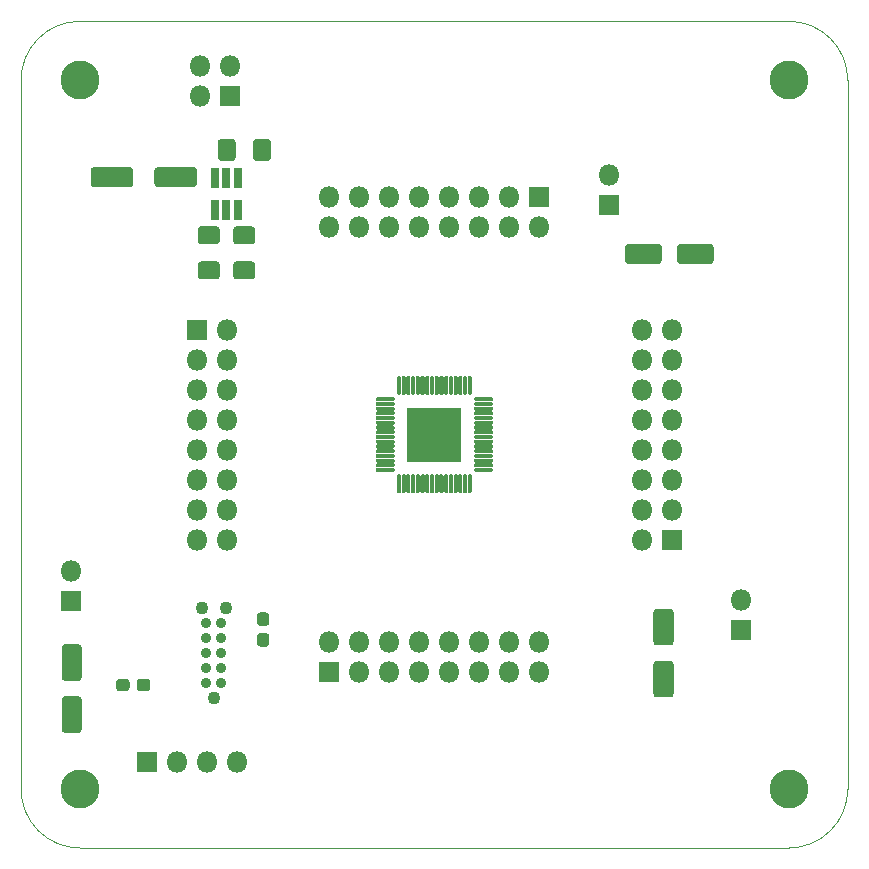
<source format=gbr>
G04 #@! TF.GenerationSoftware,KiCad,Pcbnew,5.1.6-c6e7f7d~87~ubuntu20.04.1*
G04 #@! TF.CreationDate,2020-07-16T23:52:11+03:00*
G04 #@! TF.ProjectId,EV-MAX-V-E64,45562d4d-4158-42d5-962d-4536342e6b69,v1.0*
G04 #@! TF.SameCoordinates,Original*
G04 #@! TF.FileFunction,Soldermask,Top*
G04 #@! TF.FilePolarity,Negative*
%FSLAX46Y46*%
G04 Gerber Fmt 4.6, Leading zero omitted, Abs format (unit mm)*
G04 Created by KiCad (PCBNEW 5.1.6-c6e7f7d~87~ubuntu20.04.1) date 2020-07-16 23:52:11*
%MOMM*%
%LPD*%
G01*
G04 APERTURE LIST*
G04 #@! TA.AperFunction,Profile*
%ADD10C,0.050000*%
G04 #@! TD*
%ADD11R,4.600000X4.600000*%
%ADD12C,3.300000*%
%ADD13C,0.887400*%
%ADD14C,1.090600*%
%ADD15O,1.800000X1.800000*%
%ADD16R,1.800000X1.800000*%
%ADD17R,0.750000X1.660000*%
G04 APERTURE END LIST*
D10*
X65000000Y-70000000D02*
X65000000Y-130000000D01*
X130000000Y-65000000D02*
X70000000Y-65000000D01*
X135000000Y-130000000D02*
X135000000Y-70000000D01*
X70000000Y-135000000D02*
X130000000Y-135000000D01*
X70000000Y-135000000D02*
G75*
G02*
X65000000Y-130000000I0J5000000D01*
G01*
X65000000Y-70000000D02*
G75*
G02*
X70000000Y-65000000I5000000J0D01*
G01*
X130000000Y-65000000D02*
G75*
G02*
X135000000Y-70000000I0J-5000000D01*
G01*
X135000000Y-130000000D02*
G75*
G02*
X130000000Y-135000000I-5000000J0D01*
G01*
D11*
X100000000Y-100000000D03*
G36*
G01*
X96825000Y-96537500D02*
X96825000Y-95137500D01*
G75*
G02*
X96912500Y-95050000I87500J0D01*
G01*
X97087500Y-95050000D01*
G75*
G02*
X97175000Y-95137500I0J-87500D01*
G01*
X97175000Y-96537500D01*
G75*
G02*
X97087500Y-96625000I-87500J0D01*
G01*
X96912500Y-96625000D01*
G75*
G02*
X96825000Y-96537500I0J87500D01*
G01*
G37*
G36*
G01*
X97225000Y-96537500D02*
X97225000Y-95137500D01*
G75*
G02*
X97312500Y-95050000I87500J0D01*
G01*
X97487500Y-95050000D01*
G75*
G02*
X97575000Y-95137500I0J-87500D01*
G01*
X97575000Y-96537500D01*
G75*
G02*
X97487500Y-96625000I-87500J0D01*
G01*
X97312500Y-96625000D01*
G75*
G02*
X97225000Y-96537500I0J87500D01*
G01*
G37*
G36*
G01*
X97625000Y-96537500D02*
X97625000Y-95137500D01*
G75*
G02*
X97712500Y-95050000I87500J0D01*
G01*
X97887500Y-95050000D01*
G75*
G02*
X97975000Y-95137500I0J-87500D01*
G01*
X97975000Y-96537500D01*
G75*
G02*
X97887500Y-96625000I-87500J0D01*
G01*
X97712500Y-96625000D01*
G75*
G02*
X97625000Y-96537500I0J87500D01*
G01*
G37*
G36*
G01*
X98025000Y-96537500D02*
X98025000Y-95137500D01*
G75*
G02*
X98112500Y-95050000I87500J0D01*
G01*
X98287500Y-95050000D01*
G75*
G02*
X98375000Y-95137500I0J-87500D01*
G01*
X98375000Y-96537500D01*
G75*
G02*
X98287500Y-96625000I-87500J0D01*
G01*
X98112500Y-96625000D01*
G75*
G02*
X98025000Y-96537500I0J87500D01*
G01*
G37*
G36*
G01*
X98425000Y-96537500D02*
X98425000Y-95137500D01*
G75*
G02*
X98512500Y-95050000I87500J0D01*
G01*
X98687500Y-95050000D01*
G75*
G02*
X98775000Y-95137500I0J-87500D01*
G01*
X98775000Y-96537500D01*
G75*
G02*
X98687500Y-96625000I-87500J0D01*
G01*
X98512500Y-96625000D01*
G75*
G02*
X98425000Y-96537500I0J87500D01*
G01*
G37*
G36*
G01*
X98825000Y-96537500D02*
X98825000Y-95137500D01*
G75*
G02*
X98912500Y-95050000I87500J0D01*
G01*
X99087500Y-95050000D01*
G75*
G02*
X99175000Y-95137500I0J-87500D01*
G01*
X99175000Y-96537500D01*
G75*
G02*
X99087500Y-96625000I-87500J0D01*
G01*
X98912500Y-96625000D01*
G75*
G02*
X98825000Y-96537500I0J87500D01*
G01*
G37*
G36*
G01*
X99225000Y-96537500D02*
X99225000Y-95137500D01*
G75*
G02*
X99312500Y-95050000I87500J0D01*
G01*
X99487500Y-95050000D01*
G75*
G02*
X99575000Y-95137500I0J-87500D01*
G01*
X99575000Y-96537500D01*
G75*
G02*
X99487500Y-96625000I-87500J0D01*
G01*
X99312500Y-96625000D01*
G75*
G02*
X99225000Y-96537500I0J87500D01*
G01*
G37*
G36*
G01*
X99625000Y-96537500D02*
X99625000Y-95137500D01*
G75*
G02*
X99712500Y-95050000I87500J0D01*
G01*
X99887500Y-95050000D01*
G75*
G02*
X99975000Y-95137500I0J-87500D01*
G01*
X99975000Y-96537500D01*
G75*
G02*
X99887500Y-96625000I-87500J0D01*
G01*
X99712500Y-96625000D01*
G75*
G02*
X99625000Y-96537500I0J87500D01*
G01*
G37*
G36*
G01*
X100025000Y-96537500D02*
X100025000Y-95137500D01*
G75*
G02*
X100112500Y-95050000I87500J0D01*
G01*
X100287500Y-95050000D01*
G75*
G02*
X100375000Y-95137500I0J-87500D01*
G01*
X100375000Y-96537500D01*
G75*
G02*
X100287500Y-96625000I-87500J0D01*
G01*
X100112500Y-96625000D01*
G75*
G02*
X100025000Y-96537500I0J87500D01*
G01*
G37*
G36*
G01*
X100425000Y-96537500D02*
X100425000Y-95137500D01*
G75*
G02*
X100512500Y-95050000I87500J0D01*
G01*
X100687500Y-95050000D01*
G75*
G02*
X100775000Y-95137500I0J-87500D01*
G01*
X100775000Y-96537500D01*
G75*
G02*
X100687500Y-96625000I-87500J0D01*
G01*
X100512500Y-96625000D01*
G75*
G02*
X100425000Y-96537500I0J87500D01*
G01*
G37*
G36*
G01*
X100825000Y-96537500D02*
X100825000Y-95137500D01*
G75*
G02*
X100912500Y-95050000I87500J0D01*
G01*
X101087500Y-95050000D01*
G75*
G02*
X101175000Y-95137500I0J-87500D01*
G01*
X101175000Y-96537500D01*
G75*
G02*
X101087500Y-96625000I-87500J0D01*
G01*
X100912500Y-96625000D01*
G75*
G02*
X100825000Y-96537500I0J87500D01*
G01*
G37*
G36*
G01*
X101225000Y-96537500D02*
X101225000Y-95137500D01*
G75*
G02*
X101312500Y-95050000I87500J0D01*
G01*
X101487500Y-95050000D01*
G75*
G02*
X101575000Y-95137500I0J-87500D01*
G01*
X101575000Y-96537500D01*
G75*
G02*
X101487500Y-96625000I-87500J0D01*
G01*
X101312500Y-96625000D01*
G75*
G02*
X101225000Y-96537500I0J87500D01*
G01*
G37*
G36*
G01*
X101625000Y-96537500D02*
X101625000Y-95137500D01*
G75*
G02*
X101712500Y-95050000I87500J0D01*
G01*
X101887500Y-95050000D01*
G75*
G02*
X101975000Y-95137500I0J-87500D01*
G01*
X101975000Y-96537500D01*
G75*
G02*
X101887500Y-96625000I-87500J0D01*
G01*
X101712500Y-96625000D01*
G75*
G02*
X101625000Y-96537500I0J87500D01*
G01*
G37*
G36*
G01*
X102025000Y-96537500D02*
X102025000Y-95137500D01*
G75*
G02*
X102112500Y-95050000I87500J0D01*
G01*
X102287500Y-95050000D01*
G75*
G02*
X102375000Y-95137500I0J-87500D01*
G01*
X102375000Y-96537500D01*
G75*
G02*
X102287500Y-96625000I-87500J0D01*
G01*
X102112500Y-96625000D01*
G75*
G02*
X102025000Y-96537500I0J87500D01*
G01*
G37*
G36*
G01*
X102425000Y-96537500D02*
X102425000Y-95137500D01*
G75*
G02*
X102512500Y-95050000I87500J0D01*
G01*
X102687500Y-95050000D01*
G75*
G02*
X102775000Y-95137500I0J-87500D01*
G01*
X102775000Y-96537500D01*
G75*
G02*
X102687500Y-96625000I-87500J0D01*
G01*
X102512500Y-96625000D01*
G75*
G02*
X102425000Y-96537500I0J87500D01*
G01*
G37*
G36*
G01*
X102825000Y-96537500D02*
X102825000Y-95137500D01*
G75*
G02*
X102912500Y-95050000I87500J0D01*
G01*
X103087500Y-95050000D01*
G75*
G02*
X103175000Y-95137500I0J-87500D01*
G01*
X103175000Y-96537500D01*
G75*
G02*
X103087500Y-96625000I-87500J0D01*
G01*
X102912500Y-96625000D01*
G75*
G02*
X102825000Y-96537500I0J87500D01*
G01*
G37*
G36*
G01*
X103375000Y-97087500D02*
X103375000Y-96912500D01*
G75*
G02*
X103462500Y-96825000I87500J0D01*
G01*
X104862500Y-96825000D01*
G75*
G02*
X104950000Y-96912500I0J-87500D01*
G01*
X104950000Y-97087500D01*
G75*
G02*
X104862500Y-97175000I-87500J0D01*
G01*
X103462500Y-97175000D01*
G75*
G02*
X103375000Y-97087500I0J87500D01*
G01*
G37*
G36*
G01*
X103375000Y-97487500D02*
X103375000Y-97312500D01*
G75*
G02*
X103462500Y-97225000I87500J0D01*
G01*
X104862500Y-97225000D01*
G75*
G02*
X104950000Y-97312500I0J-87500D01*
G01*
X104950000Y-97487500D01*
G75*
G02*
X104862500Y-97575000I-87500J0D01*
G01*
X103462500Y-97575000D01*
G75*
G02*
X103375000Y-97487500I0J87500D01*
G01*
G37*
G36*
G01*
X103375000Y-97887500D02*
X103375000Y-97712500D01*
G75*
G02*
X103462500Y-97625000I87500J0D01*
G01*
X104862500Y-97625000D01*
G75*
G02*
X104950000Y-97712500I0J-87500D01*
G01*
X104950000Y-97887500D01*
G75*
G02*
X104862500Y-97975000I-87500J0D01*
G01*
X103462500Y-97975000D01*
G75*
G02*
X103375000Y-97887500I0J87500D01*
G01*
G37*
G36*
G01*
X103375000Y-98287500D02*
X103375000Y-98112500D01*
G75*
G02*
X103462500Y-98025000I87500J0D01*
G01*
X104862500Y-98025000D01*
G75*
G02*
X104950000Y-98112500I0J-87500D01*
G01*
X104950000Y-98287500D01*
G75*
G02*
X104862500Y-98375000I-87500J0D01*
G01*
X103462500Y-98375000D01*
G75*
G02*
X103375000Y-98287500I0J87500D01*
G01*
G37*
G36*
G01*
X103375000Y-98687500D02*
X103375000Y-98512500D01*
G75*
G02*
X103462500Y-98425000I87500J0D01*
G01*
X104862500Y-98425000D01*
G75*
G02*
X104950000Y-98512500I0J-87500D01*
G01*
X104950000Y-98687500D01*
G75*
G02*
X104862500Y-98775000I-87500J0D01*
G01*
X103462500Y-98775000D01*
G75*
G02*
X103375000Y-98687500I0J87500D01*
G01*
G37*
G36*
G01*
X103375000Y-99087500D02*
X103375000Y-98912500D01*
G75*
G02*
X103462500Y-98825000I87500J0D01*
G01*
X104862500Y-98825000D01*
G75*
G02*
X104950000Y-98912500I0J-87500D01*
G01*
X104950000Y-99087500D01*
G75*
G02*
X104862500Y-99175000I-87500J0D01*
G01*
X103462500Y-99175000D01*
G75*
G02*
X103375000Y-99087500I0J87500D01*
G01*
G37*
G36*
G01*
X103375000Y-99487500D02*
X103375000Y-99312500D01*
G75*
G02*
X103462500Y-99225000I87500J0D01*
G01*
X104862500Y-99225000D01*
G75*
G02*
X104950000Y-99312500I0J-87500D01*
G01*
X104950000Y-99487500D01*
G75*
G02*
X104862500Y-99575000I-87500J0D01*
G01*
X103462500Y-99575000D01*
G75*
G02*
X103375000Y-99487500I0J87500D01*
G01*
G37*
G36*
G01*
X103375000Y-99887500D02*
X103375000Y-99712500D01*
G75*
G02*
X103462500Y-99625000I87500J0D01*
G01*
X104862500Y-99625000D01*
G75*
G02*
X104950000Y-99712500I0J-87500D01*
G01*
X104950000Y-99887500D01*
G75*
G02*
X104862500Y-99975000I-87500J0D01*
G01*
X103462500Y-99975000D01*
G75*
G02*
X103375000Y-99887500I0J87500D01*
G01*
G37*
G36*
G01*
X103375000Y-100287500D02*
X103375000Y-100112500D01*
G75*
G02*
X103462500Y-100025000I87500J0D01*
G01*
X104862500Y-100025000D01*
G75*
G02*
X104950000Y-100112500I0J-87500D01*
G01*
X104950000Y-100287500D01*
G75*
G02*
X104862500Y-100375000I-87500J0D01*
G01*
X103462500Y-100375000D01*
G75*
G02*
X103375000Y-100287500I0J87500D01*
G01*
G37*
G36*
G01*
X103375000Y-100687500D02*
X103375000Y-100512500D01*
G75*
G02*
X103462500Y-100425000I87500J0D01*
G01*
X104862500Y-100425000D01*
G75*
G02*
X104950000Y-100512500I0J-87500D01*
G01*
X104950000Y-100687500D01*
G75*
G02*
X104862500Y-100775000I-87500J0D01*
G01*
X103462500Y-100775000D01*
G75*
G02*
X103375000Y-100687500I0J87500D01*
G01*
G37*
G36*
G01*
X103375000Y-101087500D02*
X103375000Y-100912500D01*
G75*
G02*
X103462500Y-100825000I87500J0D01*
G01*
X104862500Y-100825000D01*
G75*
G02*
X104950000Y-100912500I0J-87500D01*
G01*
X104950000Y-101087500D01*
G75*
G02*
X104862500Y-101175000I-87500J0D01*
G01*
X103462500Y-101175000D01*
G75*
G02*
X103375000Y-101087500I0J87500D01*
G01*
G37*
G36*
G01*
X103375000Y-101487500D02*
X103375000Y-101312500D01*
G75*
G02*
X103462500Y-101225000I87500J0D01*
G01*
X104862500Y-101225000D01*
G75*
G02*
X104950000Y-101312500I0J-87500D01*
G01*
X104950000Y-101487500D01*
G75*
G02*
X104862500Y-101575000I-87500J0D01*
G01*
X103462500Y-101575000D01*
G75*
G02*
X103375000Y-101487500I0J87500D01*
G01*
G37*
G36*
G01*
X103375000Y-101887500D02*
X103375000Y-101712500D01*
G75*
G02*
X103462500Y-101625000I87500J0D01*
G01*
X104862500Y-101625000D01*
G75*
G02*
X104950000Y-101712500I0J-87500D01*
G01*
X104950000Y-101887500D01*
G75*
G02*
X104862500Y-101975000I-87500J0D01*
G01*
X103462500Y-101975000D01*
G75*
G02*
X103375000Y-101887500I0J87500D01*
G01*
G37*
G36*
G01*
X103375000Y-102287500D02*
X103375000Y-102112500D01*
G75*
G02*
X103462500Y-102025000I87500J0D01*
G01*
X104862500Y-102025000D01*
G75*
G02*
X104950000Y-102112500I0J-87500D01*
G01*
X104950000Y-102287500D01*
G75*
G02*
X104862500Y-102375000I-87500J0D01*
G01*
X103462500Y-102375000D01*
G75*
G02*
X103375000Y-102287500I0J87500D01*
G01*
G37*
G36*
G01*
X103375000Y-102687500D02*
X103375000Y-102512500D01*
G75*
G02*
X103462500Y-102425000I87500J0D01*
G01*
X104862500Y-102425000D01*
G75*
G02*
X104950000Y-102512500I0J-87500D01*
G01*
X104950000Y-102687500D01*
G75*
G02*
X104862500Y-102775000I-87500J0D01*
G01*
X103462500Y-102775000D01*
G75*
G02*
X103375000Y-102687500I0J87500D01*
G01*
G37*
G36*
G01*
X103375000Y-103087500D02*
X103375000Y-102912500D01*
G75*
G02*
X103462500Y-102825000I87500J0D01*
G01*
X104862500Y-102825000D01*
G75*
G02*
X104950000Y-102912500I0J-87500D01*
G01*
X104950000Y-103087500D01*
G75*
G02*
X104862500Y-103175000I-87500J0D01*
G01*
X103462500Y-103175000D01*
G75*
G02*
X103375000Y-103087500I0J87500D01*
G01*
G37*
G36*
G01*
X102825000Y-104862500D02*
X102825000Y-103462500D01*
G75*
G02*
X102912500Y-103375000I87500J0D01*
G01*
X103087500Y-103375000D01*
G75*
G02*
X103175000Y-103462500I0J-87500D01*
G01*
X103175000Y-104862500D01*
G75*
G02*
X103087500Y-104950000I-87500J0D01*
G01*
X102912500Y-104950000D01*
G75*
G02*
X102825000Y-104862500I0J87500D01*
G01*
G37*
G36*
G01*
X102425000Y-104862500D02*
X102425000Y-103462500D01*
G75*
G02*
X102512500Y-103375000I87500J0D01*
G01*
X102687500Y-103375000D01*
G75*
G02*
X102775000Y-103462500I0J-87500D01*
G01*
X102775000Y-104862500D01*
G75*
G02*
X102687500Y-104950000I-87500J0D01*
G01*
X102512500Y-104950000D01*
G75*
G02*
X102425000Y-104862500I0J87500D01*
G01*
G37*
G36*
G01*
X102025000Y-104862500D02*
X102025000Y-103462500D01*
G75*
G02*
X102112500Y-103375000I87500J0D01*
G01*
X102287500Y-103375000D01*
G75*
G02*
X102375000Y-103462500I0J-87500D01*
G01*
X102375000Y-104862500D01*
G75*
G02*
X102287500Y-104950000I-87500J0D01*
G01*
X102112500Y-104950000D01*
G75*
G02*
X102025000Y-104862500I0J87500D01*
G01*
G37*
G36*
G01*
X101625000Y-104862500D02*
X101625000Y-103462500D01*
G75*
G02*
X101712500Y-103375000I87500J0D01*
G01*
X101887500Y-103375000D01*
G75*
G02*
X101975000Y-103462500I0J-87500D01*
G01*
X101975000Y-104862500D01*
G75*
G02*
X101887500Y-104950000I-87500J0D01*
G01*
X101712500Y-104950000D01*
G75*
G02*
X101625000Y-104862500I0J87500D01*
G01*
G37*
G36*
G01*
X101225000Y-104862500D02*
X101225000Y-103462500D01*
G75*
G02*
X101312500Y-103375000I87500J0D01*
G01*
X101487500Y-103375000D01*
G75*
G02*
X101575000Y-103462500I0J-87500D01*
G01*
X101575000Y-104862500D01*
G75*
G02*
X101487500Y-104950000I-87500J0D01*
G01*
X101312500Y-104950000D01*
G75*
G02*
X101225000Y-104862500I0J87500D01*
G01*
G37*
G36*
G01*
X100825000Y-104862500D02*
X100825000Y-103462500D01*
G75*
G02*
X100912500Y-103375000I87500J0D01*
G01*
X101087500Y-103375000D01*
G75*
G02*
X101175000Y-103462500I0J-87500D01*
G01*
X101175000Y-104862500D01*
G75*
G02*
X101087500Y-104950000I-87500J0D01*
G01*
X100912500Y-104950000D01*
G75*
G02*
X100825000Y-104862500I0J87500D01*
G01*
G37*
G36*
G01*
X100425000Y-104862500D02*
X100425000Y-103462500D01*
G75*
G02*
X100512500Y-103375000I87500J0D01*
G01*
X100687500Y-103375000D01*
G75*
G02*
X100775000Y-103462500I0J-87500D01*
G01*
X100775000Y-104862500D01*
G75*
G02*
X100687500Y-104950000I-87500J0D01*
G01*
X100512500Y-104950000D01*
G75*
G02*
X100425000Y-104862500I0J87500D01*
G01*
G37*
G36*
G01*
X100025000Y-104862500D02*
X100025000Y-103462500D01*
G75*
G02*
X100112500Y-103375000I87500J0D01*
G01*
X100287500Y-103375000D01*
G75*
G02*
X100375000Y-103462500I0J-87500D01*
G01*
X100375000Y-104862500D01*
G75*
G02*
X100287500Y-104950000I-87500J0D01*
G01*
X100112500Y-104950000D01*
G75*
G02*
X100025000Y-104862500I0J87500D01*
G01*
G37*
G36*
G01*
X99625000Y-104862500D02*
X99625000Y-103462500D01*
G75*
G02*
X99712500Y-103375000I87500J0D01*
G01*
X99887500Y-103375000D01*
G75*
G02*
X99975000Y-103462500I0J-87500D01*
G01*
X99975000Y-104862500D01*
G75*
G02*
X99887500Y-104950000I-87500J0D01*
G01*
X99712500Y-104950000D01*
G75*
G02*
X99625000Y-104862500I0J87500D01*
G01*
G37*
G36*
G01*
X99225000Y-104862500D02*
X99225000Y-103462500D01*
G75*
G02*
X99312500Y-103375000I87500J0D01*
G01*
X99487500Y-103375000D01*
G75*
G02*
X99575000Y-103462500I0J-87500D01*
G01*
X99575000Y-104862500D01*
G75*
G02*
X99487500Y-104950000I-87500J0D01*
G01*
X99312500Y-104950000D01*
G75*
G02*
X99225000Y-104862500I0J87500D01*
G01*
G37*
G36*
G01*
X98825000Y-104862500D02*
X98825000Y-103462500D01*
G75*
G02*
X98912500Y-103375000I87500J0D01*
G01*
X99087500Y-103375000D01*
G75*
G02*
X99175000Y-103462500I0J-87500D01*
G01*
X99175000Y-104862500D01*
G75*
G02*
X99087500Y-104950000I-87500J0D01*
G01*
X98912500Y-104950000D01*
G75*
G02*
X98825000Y-104862500I0J87500D01*
G01*
G37*
G36*
G01*
X98425000Y-104862500D02*
X98425000Y-103462500D01*
G75*
G02*
X98512500Y-103375000I87500J0D01*
G01*
X98687500Y-103375000D01*
G75*
G02*
X98775000Y-103462500I0J-87500D01*
G01*
X98775000Y-104862500D01*
G75*
G02*
X98687500Y-104950000I-87500J0D01*
G01*
X98512500Y-104950000D01*
G75*
G02*
X98425000Y-104862500I0J87500D01*
G01*
G37*
G36*
G01*
X98025000Y-104862500D02*
X98025000Y-103462500D01*
G75*
G02*
X98112500Y-103375000I87500J0D01*
G01*
X98287500Y-103375000D01*
G75*
G02*
X98375000Y-103462500I0J-87500D01*
G01*
X98375000Y-104862500D01*
G75*
G02*
X98287500Y-104950000I-87500J0D01*
G01*
X98112500Y-104950000D01*
G75*
G02*
X98025000Y-104862500I0J87500D01*
G01*
G37*
G36*
G01*
X97625000Y-104862500D02*
X97625000Y-103462500D01*
G75*
G02*
X97712500Y-103375000I87500J0D01*
G01*
X97887500Y-103375000D01*
G75*
G02*
X97975000Y-103462500I0J-87500D01*
G01*
X97975000Y-104862500D01*
G75*
G02*
X97887500Y-104950000I-87500J0D01*
G01*
X97712500Y-104950000D01*
G75*
G02*
X97625000Y-104862500I0J87500D01*
G01*
G37*
G36*
G01*
X97225000Y-104862500D02*
X97225000Y-103462500D01*
G75*
G02*
X97312500Y-103375000I87500J0D01*
G01*
X97487500Y-103375000D01*
G75*
G02*
X97575000Y-103462500I0J-87500D01*
G01*
X97575000Y-104862500D01*
G75*
G02*
X97487500Y-104950000I-87500J0D01*
G01*
X97312500Y-104950000D01*
G75*
G02*
X97225000Y-104862500I0J87500D01*
G01*
G37*
G36*
G01*
X96825000Y-104862500D02*
X96825000Y-103462500D01*
G75*
G02*
X96912500Y-103375000I87500J0D01*
G01*
X97087500Y-103375000D01*
G75*
G02*
X97175000Y-103462500I0J-87500D01*
G01*
X97175000Y-104862500D01*
G75*
G02*
X97087500Y-104950000I-87500J0D01*
G01*
X96912500Y-104950000D01*
G75*
G02*
X96825000Y-104862500I0J87500D01*
G01*
G37*
G36*
G01*
X95050000Y-103087500D02*
X95050000Y-102912500D01*
G75*
G02*
X95137500Y-102825000I87500J0D01*
G01*
X96537500Y-102825000D01*
G75*
G02*
X96625000Y-102912500I0J-87500D01*
G01*
X96625000Y-103087500D01*
G75*
G02*
X96537500Y-103175000I-87500J0D01*
G01*
X95137500Y-103175000D01*
G75*
G02*
X95050000Y-103087500I0J87500D01*
G01*
G37*
G36*
G01*
X95050000Y-102687500D02*
X95050000Y-102512500D01*
G75*
G02*
X95137500Y-102425000I87500J0D01*
G01*
X96537500Y-102425000D01*
G75*
G02*
X96625000Y-102512500I0J-87500D01*
G01*
X96625000Y-102687500D01*
G75*
G02*
X96537500Y-102775000I-87500J0D01*
G01*
X95137500Y-102775000D01*
G75*
G02*
X95050000Y-102687500I0J87500D01*
G01*
G37*
G36*
G01*
X95050000Y-102287500D02*
X95050000Y-102112500D01*
G75*
G02*
X95137500Y-102025000I87500J0D01*
G01*
X96537500Y-102025000D01*
G75*
G02*
X96625000Y-102112500I0J-87500D01*
G01*
X96625000Y-102287500D01*
G75*
G02*
X96537500Y-102375000I-87500J0D01*
G01*
X95137500Y-102375000D01*
G75*
G02*
X95050000Y-102287500I0J87500D01*
G01*
G37*
G36*
G01*
X95050000Y-101887500D02*
X95050000Y-101712500D01*
G75*
G02*
X95137500Y-101625000I87500J0D01*
G01*
X96537500Y-101625000D01*
G75*
G02*
X96625000Y-101712500I0J-87500D01*
G01*
X96625000Y-101887500D01*
G75*
G02*
X96537500Y-101975000I-87500J0D01*
G01*
X95137500Y-101975000D01*
G75*
G02*
X95050000Y-101887500I0J87500D01*
G01*
G37*
G36*
G01*
X95050000Y-101487500D02*
X95050000Y-101312500D01*
G75*
G02*
X95137500Y-101225000I87500J0D01*
G01*
X96537500Y-101225000D01*
G75*
G02*
X96625000Y-101312500I0J-87500D01*
G01*
X96625000Y-101487500D01*
G75*
G02*
X96537500Y-101575000I-87500J0D01*
G01*
X95137500Y-101575000D01*
G75*
G02*
X95050000Y-101487500I0J87500D01*
G01*
G37*
G36*
G01*
X95050000Y-101087500D02*
X95050000Y-100912500D01*
G75*
G02*
X95137500Y-100825000I87500J0D01*
G01*
X96537500Y-100825000D01*
G75*
G02*
X96625000Y-100912500I0J-87500D01*
G01*
X96625000Y-101087500D01*
G75*
G02*
X96537500Y-101175000I-87500J0D01*
G01*
X95137500Y-101175000D01*
G75*
G02*
X95050000Y-101087500I0J87500D01*
G01*
G37*
G36*
G01*
X95050000Y-100687500D02*
X95050000Y-100512500D01*
G75*
G02*
X95137500Y-100425000I87500J0D01*
G01*
X96537500Y-100425000D01*
G75*
G02*
X96625000Y-100512500I0J-87500D01*
G01*
X96625000Y-100687500D01*
G75*
G02*
X96537500Y-100775000I-87500J0D01*
G01*
X95137500Y-100775000D01*
G75*
G02*
X95050000Y-100687500I0J87500D01*
G01*
G37*
G36*
G01*
X95050000Y-100287500D02*
X95050000Y-100112500D01*
G75*
G02*
X95137500Y-100025000I87500J0D01*
G01*
X96537500Y-100025000D01*
G75*
G02*
X96625000Y-100112500I0J-87500D01*
G01*
X96625000Y-100287500D01*
G75*
G02*
X96537500Y-100375000I-87500J0D01*
G01*
X95137500Y-100375000D01*
G75*
G02*
X95050000Y-100287500I0J87500D01*
G01*
G37*
G36*
G01*
X95050000Y-99887500D02*
X95050000Y-99712500D01*
G75*
G02*
X95137500Y-99625000I87500J0D01*
G01*
X96537500Y-99625000D01*
G75*
G02*
X96625000Y-99712500I0J-87500D01*
G01*
X96625000Y-99887500D01*
G75*
G02*
X96537500Y-99975000I-87500J0D01*
G01*
X95137500Y-99975000D01*
G75*
G02*
X95050000Y-99887500I0J87500D01*
G01*
G37*
G36*
G01*
X95050000Y-99487500D02*
X95050000Y-99312500D01*
G75*
G02*
X95137500Y-99225000I87500J0D01*
G01*
X96537500Y-99225000D01*
G75*
G02*
X96625000Y-99312500I0J-87500D01*
G01*
X96625000Y-99487500D01*
G75*
G02*
X96537500Y-99575000I-87500J0D01*
G01*
X95137500Y-99575000D01*
G75*
G02*
X95050000Y-99487500I0J87500D01*
G01*
G37*
G36*
G01*
X95050000Y-99087500D02*
X95050000Y-98912500D01*
G75*
G02*
X95137500Y-98825000I87500J0D01*
G01*
X96537500Y-98825000D01*
G75*
G02*
X96625000Y-98912500I0J-87500D01*
G01*
X96625000Y-99087500D01*
G75*
G02*
X96537500Y-99175000I-87500J0D01*
G01*
X95137500Y-99175000D01*
G75*
G02*
X95050000Y-99087500I0J87500D01*
G01*
G37*
G36*
G01*
X95050000Y-98687500D02*
X95050000Y-98512500D01*
G75*
G02*
X95137500Y-98425000I87500J0D01*
G01*
X96537500Y-98425000D01*
G75*
G02*
X96625000Y-98512500I0J-87500D01*
G01*
X96625000Y-98687500D01*
G75*
G02*
X96537500Y-98775000I-87500J0D01*
G01*
X95137500Y-98775000D01*
G75*
G02*
X95050000Y-98687500I0J87500D01*
G01*
G37*
G36*
G01*
X95050000Y-98287500D02*
X95050000Y-98112500D01*
G75*
G02*
X95137500Y-98025000I87500J0D01*
G01*
X96537500Y-98025000D01*
G75*
G02*
X96625000Y-98112500I0J-87500D01*
G01*
X96625000Y-98287500D01*
G75*
G02*
X96537500Y-98375000I-87500J0D01*
G01*
X95137500Y-98375000D01*
G75*
G02*
X95050000Y-98287500I0J87500D01*
G01*
G37*
G36*
G01*
X95050000Y-97887500D02*
X95050000Y-97712500D01*
G75*
G02*
X95137500Y-97625000I87500J0D01*
G01*
X96537500Y-97625000D01*
G75*
G02*
X96625000Y-97712500I0J-87500D01*
G01*
X96625000Y-97887500D01*
G75*
G02*
X96537500Y-97975000I-87500J0D01*
G01*
X95137500Y-97975000D01*
G75*
G02*
X95050000Y-97887500I0J87500D01*
G01*
G37*
G36*
G01*
X95050000Y-97487500D02*
X95050000Y-97312500D01*
G75*
G02*
X95137500Y-97225000I87500J0D01*
G01*
X96537500Y-97225000D01*
G75*
G02*
X96625000Y-97312500I0J-87500D01*
G01*
X96625000Y-97487500D01*
G75*
G02*
X96537500Y-97575000I-87500J0D01*
G01*
X95137500Y-97575000D01*
G75*
G02*
X95050000Y-97487500I0J87500D01*
G01*
G37*
G36*
G01*
X95050000Y-97087500D02*
X95050000Y-96912500D01*
G75*
G02*
X95137500Y-96825000I87500J0D01*
G01*
X96537500Y-96825000D01*
G75*
G02*
X96625000Y-96912500I0J-87500D01*
G01*
X96625000Y-97087500D01*
G75*
G02*
X96537500Y-97175000I-87500J0D01*
G01*
X95137500Y-97175000D01*
G75*
G02*
X95050000Y-97087500I0J87500D01*
G01*
G37*
G36*
G01*
X120550000Y-85284375D02*
X120550000Y-84115625D01*
G75*
G02*
X120815625Y-83850000I265625J0D01*
G01*
X123384375Y-83850000D01*
G75*
G02*
X123650000Y-84115625I0J-265625D01*
G01*
X123650000Y-85284375D01*
G75*
G02*
X123384375Y-85550000I-265625J0D01*
G01*
X120815625Y-85550000D01*
G75*
G02*
X120550000Y-85284375I0J265625D01*
G01*
G37*
G36*
G01*
X116150000Y-85284375D02*
X116150000Y-84115625D01*
G75*
G02*
X116415625Y-83850000I265625J0D01*
G01*
X118984375Y-83850000D01*
G75*
G02*
X119250000Y-84115625I0J-265625D01*
G01*
X119250000Y-85284375D01*
G75*
G02*
X118984375Y-85550000I-265625J0D01*
G01*
X116415625Y-85550000D01*
G75*
G02*
X116150000Y-85284375I0J265625D01*
G01*
G37*
G36*
G01*
X68715625Y-122150000D02*
X69884375Y-122150000D01*
G75*
G02*
X70150000Y-122415625I0J-265625D01*
G01*
X70150000Y-124984375D01*
G75*
G02*
X69884375Y-125250000I-265625J0D01*
G01*
X68715625Y-125250000D01*
G75*
G02*
X68450000Y-124984375I0J265625D01*
G01*
X68450000Y-122415625D01*
G75*
G02*
X68715625Y-122150000I265625J0D01*
G01*
G37*
G36*
G01*
X68715625Y-117750000D02*
X69884375Y-117750000D01*
G75*
G02*
X70150000Y-118015625I0J-265625D01*
G01*
X70150000Y-120584375D01*
G75*
G02*
X69884375Y-120850000I-265625J0D01*
G01*
X68715625Y-120850000D01*
G75*
G02*
X68450000Y-120584375I0J265625D01*
G01*
X68450000Y-118015625D01*
G75*
G02*
X68715625Y-117750000I265625J0D01*
G01*
G37*
G36*
G01*
X118815625Y-119150000D02*
X119984375Y-119150000D01*
G75*
G02*
X120250000Y-119415625I0J-265625D01*
G01*
X120250000Y-121984375D01*
G75*
G02*
X119984375Y-122250000I-265625J0D01*
G01*
X118815625Y-122250000D01*
G75*
G02*
X118550000Y-121984375I0J265625D01*
G01*
X118550000Y-119415625D01*
G75*
G02*
X118815625Y-119150000I265625J0D01*
G01*
G37*
G36*
G01*
X118815625Y-114750000D02*
X119984375Y-114750000D01*
G75*
G02*
X120250000Y-115015625I0J-265625D01*
G01*
X120250000Y-117584375D01*
G75*
G02*
X119984375Y-117850000I-265625J0D01*
G01*
X118815625Y-117850000D01*
G75*
G02*
X118550000Y-117584375I0J265625D01*
G01*
X118550000Y-115015625D01*
G75*
G02*
X118815625Y-114750000I265625J0D01*
G01*
G37*
D12*
X130000000Y-130000000D03*
X130000000Y-70000000D03*
X70000000Y-130000000D03*
X70000000Y-70000000D03*
D13*
X80665000Y-121040000D03*
X80665000Y-119770000D03*
X80665000Y-118500000D03*
X80665000Y-117230000D03*
X80665000Y-115960000D03*
X81935000Y-115960000D03*
X81935000Y-117230000D03*
X81935000Y-118500000D03*
X81935000Y-119770000D03*
X81935000Y-121040000D03*
D14*
X81300000Y-122310000D03*
X82316000Y-114690000D03*
X80284000Y-114690000D03*
D15*
X83320000Y-127700000D03*
X80780000Y-127700000D03*
X78240000Y-127700000D03*
D16*
X75700000Y-127700000D03*
D15*
X91120000Y-82440000D03*
X91120000Y-79900000D03*
X93660000Y-82440000D03*
X93660000Y-79900000D03*
X96200000Y-82440000D03*
X96200000Y-79900000D03*
X98740000Y-82440000D03*
X98740000Y-79900000D03*
X101280000Y-82440000D03*
X101280000Y-79900000D03*
X103820000Y-82440000D03*
X103820000Y-79900000D03*
X106360000Y-82440000D03*
X106360000Y-79900000D03*
X108900000Y-82440000D03*
D16*
X108900000Y-79900000D03*
D15*
X117560000Y-91120000D03*
X120100000Y-91120000D03*
X117560000Y-93660000D03*
X120100000Y-93660000D03*
X117560000Y-96200000D03*
X120100000Y-96200000D03*
X117560000Y-98740000D03*
X120100000Y-98740000D03*
X117560000Y-101280000D03*
X120100000Y-101280000D03*
X117560000Y-103820000D03*
X120100000Y-103820000D03*
X117560000Y-106360000D03*
X120100000Y-106360000D03*
X117560000Y-108900000D03*
D16*
X120100000Y-108900000D03*
D15*
X108880000Y-117560000D03*
X108880000Y-120100000D03*
X106340000Y-117560000D03*
X106340000Y-120100000D03*
X103800000Y-117560000D03*
X103800000Y-120100000D03*
X101260000Y-117560000D03*
X101260000Y-120100000D03*
X98720000Y-117560000D03*
X98720000Y-120100000D03*
X96180000Y-117560000D03*
X96180000Y-120100000D03*
X93640000Y-117560000D03*
X93640000Y-120100000D03*
X91100000Y-117560000D03*
D16*
X91100000Y-120100000D03*
D15*
X82440000Y-108880000D03*
X79900000Y-108880000D03*
X82440000Y-106340000D03*
X79900000Y-106340000D03*
X82440000Y-103800000D03*
X79900000Y-103800000D03*
X82440000Y-101260000D03*
X79900000Y-101260000D03*
X82440000Y-98720000D03*
X79900000Y-98720000D03*
X82440000Y-96180000D03*
X79900000Y-96180000D03*
X82440000Y-93640000D03*
X79900000Y-93640000D03*
X82440000Y-91100000D03*
D16*
X79900000Y-91100000D03*
D17*
X82400000Y-80950000D03*
X83350000Y-80950000D03*
X81450000Y-80950000D03*
X81450000Y-78250000D03*
X82400000Y-78250000D03*
X83350000Y-78250000D03*
G36*
G01*
X74200000Y-120937500D02*
X74200000Y-121462500D01*
G75*
G02*
X73937500Y-121725000I-262500J0D01*
G01*
X73312500Y-121725000D01*
G75*
G02*
X73050000Y-121462500I0J262500D01*
G01*
X73050000Y-120937500D01*
G75*
G02*
X73312500Y-120675000I262500J0D01*
G01*
X73937500Y-120675000D01*
G75*
G02*
X74200000Y-120937500I0J-262500D01*
G01*
G37*
G36*
G01*
X75950000Y-120937500D02*
X75950000Y-121462500D01*
G75*
G02*
X75687500Y-121725000I-262500J0D01*
G01*
X75062500Y-121725000D01*
G75*
G02*
X74800000Y-121462500I0J262500D01*
G01*
X74800000Y-120937500D01*
G75*
G02*
X75062500Y-120675000I262500J0D01*
G01*
X75687500Y-120675000D01*
G75*
G02*
X75950000Y-120937500I0J-262500D01*
G01*
G37*
G36*
G01*
X85762500Y-116200000D02*
X85237500Y-116200000D01*
G75*
G02*
X84975000Y-115937500I0J262500D01*
G01*
X84975000Y-115312500D01*
G75*
G02*
X85237500Y-115050000I262500J0D01*
G01*
X85762500Y-115050000D01*
G75*
G02*
X86025000Y-115312500I0J-262500D01*
G01*
X86025000Y-115937500D01*
G75*
G02*
X85762500Y-116200000I-262500J0D01*
G01*
G37*
G36*
G01*
X85762500Y-117950000D02*
X85237500Y-117950000D01*
G75*
G02*
X84975000Y-117687500I0J262500D01*
G01*
X84975000Y-117062500D01*
G75*
G02*
X85237500Y-116800000I262500J0D01*
G01*
X85762500Y-116800000D01*
G75*
G02*
X86025000Y-117062500I0J-262500D01*
G01*
X86025000Y-117687500D01*
G75*
G02*
X85762500Y-117950000I-262500J0D01*
G01*
G37*
D15*
X80160000Y-68760000D03*
X82700000Y-68760000D03*
X80160000Y-71300000D03*
D16*
X82700000Y-71300000D03*
D15*
X114800000Y-78060000D03*
D16*
X114800000Y-80600000D03*
D15*
X69200000Y-111560000D03*
D16*
X69200000Y-114100000D03*
D15*
X126000000Y-113960000D03*
D16*
X126000000Y-116500000D03*
G36*
G01*
X80242544Y-85325000D02*
X81557456Y-85325000D01*
G75*
G02*
X81825000Y-85592544I0J-267544D01*
G01*
X81825000Y-86582456D01*
G75*
G02*
X81557456Y-86850000I-267544J0D01*
G01*
X80242544Y-86850000D01*
G75*
G02*
X79975000Y-86582456I0J267544D01*
G01*
X79975000Y-85592544D01*
G75*
G02*
X80242544Y-85325000I267544J0D01*
G01*
G37*
G36*
G01*
X80242544Y-82350000D02*
X81557456Y-82350000D01*
G75*
G02*
X81825000Y-82617544I0J-267544D01*
G01*
X81825000Y-83607456D01*
G75*
G02*
X81557456Y-83875000I-267544J0D01*
G01*
X80242544Y-83875000D01*
G75*
G02*
X79975000Y-83607456I0J267544D01*
G01*
X79975000Y-82617544D01*
G75*
G02*
X80242544Y-82350000I267544J0D01*
G01*
G37*
G36*
G01*
X83242544Y-85337500D02*
X84557456Y-85337500D01*
G75*
G02*
X84825000Y-85605044I0J-267544D01*
G01*
X84825000Y-86594956D01*
G75*
G02*
X84557456Y-86862500I-267544J0D01*
G01*
X83242544Y-86862500D01*
G75*
G02*
X82975000Y-86594956I0J267544D01*
G01*
X82975000Y-85605044D01*
G75*
G02*
X83242544Y-85337500I267544J0D01*
G01*
G37*
G36*
G01*
X83242544Y-82362500D02*
X84557456Y-82362500D01*
G75*
G02*
X84825000Y-82630044I0J-267544D01*
G01*
X84825000Y-83619956D01*
G75*
G02*
X84557456Y-83887500I-267544J0D01*
G01*
X83242544Y-83887500D01*
G75*
G02*
X82975000Y-83619956I0J267544D01*
G01*
X82975000Y-82630044D01*
G75*
G02*
X83242544Y-82362500I267544J0D01*
G01*
G37*
G36*
G01*
X84637500Y-76557456D02*
X84637500Y-75242544D01*
G75*
G02*
X84905044Y-74975000I267544J0D01*
G01*
X85894956Y-74975000D01*
G75*
G02*
X86162500Y-75242544I0J-267544D01*
G01*
X86162500Y-76557456D01*
G75*
G02*
X85894956Y-76825000I-267544J0D01*
G01*
X84905044Y-76825000D01*
G75*
G02*
X84637500Y-76557456I0J267544D01*
G01*
G37*
G36*
G01*
X81662500Y-76557456D02*
X81662500Y-75242544D01*
G75*
G02*
X81930044Y-74975000I267544J0D01*
G01*
X82919956Y-74975000D01*
G75*
G02*
X83187500Y-75242544I0J-267544D01*
G01*
X83187500Y-76557456D01*
G75*
G02*
X82919956Y-76825000I-267544J0D01*
G01*
X81930044Y-76825000D01*
G75*
G02*
X81662500Y-76557456I0J267544D01*
G01*
G37*
G36*
G01*
X74500000Y-77615625D02*
X74500000Y-78784375D01*
G75*
G02*
X74234375Y-79050000I-265625J0D01*
G01*
X71165625Y-79050000D01*
G75*
G02*
X70900000Y-78784375I0J265625D01*
G01*
X70900000Y-77615625D01*
G75*
G02*
X71165625Y-77350000I265625J0D01*
G01*
X74234375Y-77350000D01*
G75*
G02*
X74500000Y-77615625I0J-265625D01*
G01*
G37*
G36*
G01*
X79900000Y-77615625D02*
X79900000Y-78784375D01*
G75*
G02*
X79634375Y-79050000I-265625J0D01*
G01*
X76565625Y-79050000D01*
G75*
G02*
X76300000Y-78784375I0J265625D01*
G01*
X76300000Y-77615625D01*
G75*
G02*
X76565625Y-77350000I265625J0D01*
G01*
X79634375Y-77350000D01*
G75*
G02*
X79900000Y-77615625I0J-265625D01*
G01*
G37*
M02*

</source>
